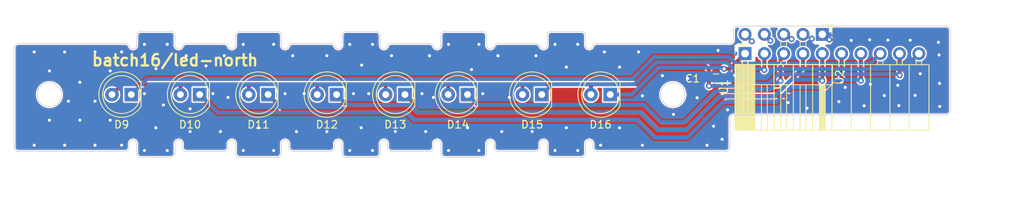
<source format=kicad_pcb>
(kicad_pcb (version 20211014) (generator pcbnew)
  (layers (0 "F.Cu" signal) (31 "B.Cu" signal) (34 "B.Paste" user) (35 "F.Paste" user) (36 "B.SilkS" user "B.Silkscreen") (37 "F.SilkS" user "F.Silkscreen") (38 "B.Mask" user) (39 "F.Mask" user) (44 "Edge.Cuts" user))
  (net 0 "")
  (net 1 "GND")
  (net 2 "VCC")
  (net 3 "OUT9")
  (net 4 "OUT10")
  (net 5 "OUT11")
  (net 6 "OUT12")
  (net 7 "OUT13")
  (net 8 "OUT14")
  (net 9 "OUT15")
  (net 10 "OUT16")
  (footprint "Connector_PinSocket_2.54mm:PinSocket_1x10_P2.54mm_Horizontal" (layer "F.Cu") (at 185.005746 96.222 90)
    (fp_text reference "U1")
    (fp_text value "Conn_01x10_Male")
  )
  (footprint "LEDs:LED_D5.0mm" (layer "F.Cu") (at 158.27 101.622 180)
    (fp_text reference "D15")
    (fp_text value "LED")
  )
  (footprint "LEDs:LED_D5.0mm" (layer "F.Cu") (at 148.5 101.622 180)
    (fp_text reference "D14")
    (fp_text value "LED")
  )
  (footprint "LEDs:LED_D5.0mm" (layer "F.Cu") (at 140.27 101.622 180)
    (fp_text reference "D13")
    (fp_text value "LED")
  )
  (footprint "LEDs:LED_D5.0mm" (layer "F.Cu") (at 131.27 101.622 180)
    (fp_text reference "D12")
    (fp_text value "LED")
  )
  (footprint "LEDs:LED_D5.0mm" (layer "F.Cu") (at 122.27 101.622 180)
    (fp_text reference "D11")
    (fp_text value "LED")
  )
  (footprint "LEDs:LED_D5.0mm" (layer "F.Cu") (at 113.27 101.622 180)
    (fp_text reference "D10")
    (fp_text value "LED")
  )
  (footprint "LEDs:LED_D5.0mm" (layer "F.Cu") (at 104.27 101.622 180)
    (fp_text reference "D9")
    (fp_text value "LED")
  )
  (footprint "LEDs:LED_D5.0mm" (layer "F.Cu") (at 167.27 101.622 180)
    (fp_text reference "D16")
    (fp_text value "LED")
  )
  (footprint "Capacitors_SMD:C_0603_HandSoldering" (layer "F.Cu") (at 181.2 99.52)
    (fp_text reference "C1")
    (fp_text value "C")
  )
  (footprint "Pin_Headers:Pin_Header_Angled_2x05_Pitch2.54mm" (layer "F.Cu") (at 195.165751 93.682007 -90)
    (fp_text reference "U2")
    (fp_text value "Conn_01x10_Male")
  )
  (gr_circle (center 175.5 101.622) (end 173.9 101.622) (layer "Edge.Cuts") (width 0.1) (fill none))
  (gr_arc (start 212 103.80036) (mid 211.853553 104.153913) (end 211.5 104.30036) (layer "Edge.Cuts") (width 0.1))
  (gr_line (start 212 103.80036) (end 212 93.1) (layer "Edge.Cuts") (width 0.1))
  (gr_arc (start 183.5 93.1) (mid 183.646447 92.746447) (end 184 92.6) (layer "Edge.Cuts") (width 0.1))
  (gr_line (start 184 92.6) (end 211.5 92.6) (layer "Edge.Cuts") (width 0.1))
  (gr_arc (start 183 104.80036) (mid 183.146447 104.446807) (end 183.5 104.30036) (layer "Edge.Cuts") (width 0.1))
  (gr_line (start 183.5 104.30036) (end 211.5 104.30036) (layer "Edge.Cuts") (width 0.1))
  (gr_line (start 88.865 95.39964) (end 88.865 108.60036) (layer "Edge.Cuts") (width 0.1))
  (gr_arc (start 89.365 109.10036) (mid 89.011447 108.953913) (end 88.865 108.60036) (layer "Edge.Cuts") (width 0.1))
  (gr_line (start 89.365 109.10036) (end 103.5 109.10036) (layer "Edge.Cuts") (width 0.1))
  (gr_arc (start 104 108.60036) (mid 103.853553 108.953913) (end 103.5 109.10036) (layer "Edge.Cuts") (width 0.1))
  (gr_line (start 104 108.60036) (end 104 108.10036) (layer "Edge.Cuts") (width 0.1))
  (gr_arc (start 104 108.10036) (mid 104.5 107.60036) (end 105 108.10036) (layer "Edge.Cuts") (width 0.1))
  (gr_line (start 105 108.10036) (end 105 109.4) (layer "Edge.Cuts") (width 0.1))
  (gr_arc (start 105.5 109.9) (mid 105.146447 109.753553) (end 105 109.4) (layer "Edge.Cuts") (width 0.1))
  (gr_line (start 105.5 109.9) (end 109.5 109.9) (layer "Edge.Cuts") (width 0.1))
  (gr_arc (start 110 109.4) (mid 109.853553 109.753553) (end 109.5 109.9) (layer "Edge.Cuts") (width 0.1))
  (gr_line (start 110 109.4) (end 110 108.10036) (layer "Edge.Cuts") (width 0.1))
  (gr_arc (start 110 108.10036) (mid 110.5 107.60036) (end 111 108.10036) (layer "Edge.Cuts") (width 0.1))
  (gr_line (start 111 108.10036) (end 111 108.60036) (layer "Edge.Cuts") (width 0.1))
  (gr_arc (start 111.5 109.10036) (mid 111.146447 108.953913) (end 111 108.60036) (layer "Edge.Cuts") (width 0.1))
  (gr_line (start 111.5 109.10036) (end 116.5 109.10036) (layer "Edge.Cuts") (width 0.1))
  (gr_arc (start 117 108.60036) (mid 116.853553 108.953913) (end 116.5 109.10036) (layer "Edge.Cuts") (width 0.1))
  (gr_line (start 117 108.60036) (end 117 108.10036) (layer "Edge.Cuts") (width 0.1))
  (gr_arc (start 117 108.10036) (mid 117.5 107.60036) (end 118 108.10036) (layer "Edge.Cuts") (width 0.1))
  (gr_line (start 118 108.10036) (end 118 109.400364) (layer "Edge.Cuts") (width 0.1))
  (gr_arc (start 118.5 109.900364) (mid 118.146447 109.753917) (end 118 109.400364) (layer "Edge.Cuts") (width 0.1))
  (gr_line (start 118.5 109.900364) (end 123.5 109.900364) (layer "Edge.Cuts") (width 0.1))
  (gr_arc (start 124 109.400364) (mid 123.853553 109.753917) (end 123.5 109.900364) (layer "Edge.Cuts") (width 0.1))
  (gr_line (start 124 109.400364) (end 124 108.10036) (layer "Edge.Cuts") (width 0.1))
  (gr_arc (start 124 108.10036) (mid 124.500001 107.600361) (end 125 108.100362) (layer "Edge.Cuts") (width 0.1))
  (gr_line (start 125 108.10036) (end 125 108.60036) (layer "Edge.Cuts") (width 0.1))
  (gr_arc (start 125.5 109.10036) (mid 125.146447 108.953913) (end 125 108.60036) (layer "Edge.Cuts") (width 0.1))
  (gr_line (start 125.5 109.10036) (end 130.5 109.10036) (layer "Edge.Cuts") (width 0.1))
  (gr_arc (start 131 108.60036) (mid 130.853553 108.953913) (end 130.5 109.10036) (layer "Edge.Cuts") (width 0.1))
  (gr_line (start 131 108.60036) (end 131 108.10036) (layer "Edge.Cuts") (width 0.1))
  (gr_arc (start 131 108.10036) (mid 131.5 107.60036) (end 132 108.10036) (layer "Edge.Cuts") (width 0.1))
  (gr_line (start 132 108.10036) (end 132 109.4) (layer "Edge.Cuts") (width 0.1))
  (gr_arc (start 132.5 109.9) (mid 132.146447 109.753553) (end 132 109.4) (layer "Edge.Cuts") (width 0.1))
  (gr_line (start 132.5 109.9) (end 136.5 109.9) (layer "Edge.Cuts") (width 0.1))
  (gr_arc (start 137 109.4) (mid 136.853553 109.753553) (end 136.5 109.9) (layer "Edge.Cuts") (width 0.1))
  (gr_line (start 137 109.4) (end 137 108.10036) (layer "Edge.Cuts") (width 0.1))
  (gr_arc (start 137 108.10036) (mid 137.5 107.60036) (end 138 108.10036) (layer "Edge.Cuts") (width 0.1))
  (gr_line (start 138 108.10036) (end 138 108.60036) (layer "Edge.Cuts") (width 0.1))
  (gr_arc (start 138.5 109.10036) (mid 138.146447 108.953913) (end 138 108.60036) (layer "Edge.Cuts") (width 0.1))
  (gr_line (start 138.5 109.10036) (end 143.5 109.10036) (layer "Edge.Cuts") (width 0.1))
  (gr_arc (start 144 108.60036) (mid 143.853553 108.953913) (end 143.5 109.10036) (layer "Edge.Cuts") (width 0.1))
  (gr_line (start 144 108.60036) (end 144 108.10036) (layer "Edge.Cuts") (width 0.1))
  (gr_arc (start 144 108.10036) (mid 144.5 107.60036) (end 145 108.10036) (layer "Edge.Cuts") (width 0.1))
  (gr_line (start 145 108.10036) (end 145 109.400359) (layer "Edge.Cuts") (width 0.1))
  (gr_arc (start 145.5 109.900359) (mid 145.146447 109.753912) (end 145 109.400359) (layer "Edge.Cuts") (width 0.1))
  (gr_line (start 145.5 109.900359) (end 150.5 109.900359) (layer "Edge.Cuts") (width 0.1))
  (gr_arc (start 151 109.400359) (mid 150.853553 109.753912) (end 150.5 109.900359) (layer "Edge.Cuts") (width 0.1))
  (gr_line (start 151 109.400359) (end 151 108.10036) (layer "Edge.Cuts") (width 0.1))
  (gr_arc (start 151 108.10036) (mid 151.5 107.60036) (end 152 108.10036) (layer "Edge.Cuts") (width 0.1))
  (gr_line (start 152 108.10036) (end 152 108.60036) (layer "Edge.Cuts") (width 0.1))
  (gr_arc (start 152.5 109.10036) (mid 152.146447 108.953913) (end 152 108.60036) (layer "Edge.Cuts") (width 0.1))
  (gr_line (start 152.5 109.10036) (end 157.5 109.10036) (layer "Edge.Cuts") (width 0.1))
  (gr_arc (start 158 108.60036) (mid 157.853553 108.953913) (end 157.5 109.10036) (layer "Edge.Cuts") (width 0.1))
  (gr_line (start 158 108.60036) (end 158 108.10036) (layer "Edge.Cuts") (width 0.1))
  (gr_arc (start 158 108.10036) (mid 158.5 107.60036) (end 159 108.10036) (layer "Edge.Cuts") (width 0.1))
  (gr_line (start 159 108.10036) (end 159 109.4) (layer "Edge.Cuts") (width 0.1))
  (gr_arc (start 159.5 109.9) (mid 159.146447 109.753553) (end 159 109.4) (layer "Edge.Cuts") (width 0.1))
  (gr_line (start 159.5 109.9) (end 163.5 109.9) (layer "Edge.Cuts") (width 0.1))
  (gr_arc (start 164 109.4) (mid 163.853553 109.753553) (end 163.5 109.9) (layer "Edge.Cuts") (width 0.1))
  (gr_line (start 164 109.4) (end 164 108.10036) (layer "Edge.Cuts") (width 0.1))
  (gr_arc (start 164 108.10036) (mid 164.5 107.60036) (end 165 108.10036) (layer "Edge.Cuts") (width 0.1))
  (gr_line (start 165 108.10036) (end 165 108.60036) (layer "Edge.Cuts") (width 0.1))
  (gr_arc (start 165.5 109.10036) (mid 165.146447 108.953913) (end 165 108.60036) (layer "Edge.Cuts") (width 0.1))
  (gr_line (start 165.5 109.10036) (end 182.5 109.10036) (layer "Edge.Cuts") (width 0.1))
  (gr_arc (start 183 108.60036) (mid 182.853553 108.953913) (end 182.5 109.10036) (layer "Edge.Cuts") (width 0.1))
  (gr_line (start 183 104.80036) (end 183 108.60036) (layer "Edge.Cuts") (width 0.1))
  (gr_line (start 183.5 93.1) (end 183.5 94.39964) (layer "Edge.Cuts") (width 0.1))
  (gr_arc (start 183.5 94.39964) (mid 183.353553 94.753193) (end 183 94.89964) (layer "Edge.Cuts") (width 0.1))
  (gr_line (start 103.545747 94.89964) (end 89.365 94.89964) (layer "Edge.Cuts") (width 0.1))
  (gr_line (start 157.545747 94.89964) (end 152.454254 94.89964) (layer "Edge.Cuts") (width 0.1))
  (gr_line (start 183 94.89964) (end 165.454254 94.89964) (layer "Edge.Cuts") (width 0.1))
  (gr_arc (start 151.977127 95.25014) (mid 151.42438 95.594889) (end 151 95.10064) (layer "Edge.Cuts") (width 0.1))
  (gr_line (start 118 93.8) (end 118 95.10064) (layer "Edge.Cuts") (width 0.1))
  (gr_line (start 143.545747 94.89964) (end 138.454254 94.89964) (layer "Edge.Cuts") (width 0.1))
  (gr_arc (start 105 93.8) (mid 105.146447 93.446447) (end 105.5 93.3) (layer "Edge.Cuts") (width 0.1))
  (gr_arc (start 132 95.10064) (mid 131.57562 95.594889) (end 131.022873 95.25014) (layer "Edge.Cuts") (width 0.1))
  (gr_arc (start 150.5 93.3) (mid 150.853553 93.446447) (end 151 93.8) (layer "Edge.Cuts") (width 0.1))
  (gr_arc (start 132 93.8) (mid 132.146447 93.446447) (end 132.5 93.3) (layer "Edge.Cuts") (width 0.1))
  (gr_circle (center 93.5 101.622) (end 91.9 101.622) (layer "Edge.Cuts") (width 0.1) (fill none))
  (gr_line (start 136.5 93.3) (end 132.5 93.3) (layer "Edge.Cuts") (width 0.1))
  (gr_arc (start 164.977127 95.25014) (mid 164.42438 95.594889) (end 164 95.10064) (layer "Edge.Cuts") (width 0.1))
  (gr_line (start 164 95.10064) (end 164 93.8) (layer "Edge.Cuts") (width 0.1))
  (gr_line (start 130.545747 94.89964) (end 125.454254 94.89964) (layer "Edge.Cuts") (width 0.1))
  (gr_line (start 163.5 93.3) (end 159.5 93.3) (layer "Edge.Cuts") (width 0.1))
  (gr_line (start 151 95.10064) (end 151 93.8) (layer "Edge.Cuts") (width 0.1))
  (gr_arc (start 123.5 93.3) (mid 123.853553 93.446447) (end 124 93.8) (layer "Edge.Cuts") (width 0.1))
  (gr_line (start 124 95.10064) (end 124 93.8) (layer "Edge.Cuts") (width 0.1))
  (gr_arc (start 151.977127 95.25014) (mid 152.158238 94.996682) (end 152.454254 94.89964) (layer "Edge.Cuts") (width 0.1))
  (gr_line (start 132 93.8) (end 132 95.10064) (layer "Edge.Cuts") (width 0.1))
  (gr_arc (start 124.977127 95.25014) (mid 124.42438 95.594889) (end 124 95.10064) (layer "Edge.Cuts") (width 0.1))
  (gr_arc (start 164.977127 95.25014) (mid 165.158238 94.996682) (end 165.454254 94.89964) (layer "Edge.Cuts") (width 0.1))
  (gr_arc (start 88.865 95.39964) (mid 89.011447 95.046087) (end 89.365 94.89964) (layer "Edge.Cuts") (width 0.1))
  (gr_arc (start 109.5 93.3) (mid 109.853553 93.446447) (end 110 93.8) (layer "Edge.Cuts") (width 0.1))
  (gr_line (start 137 95.10064) (end 137 93.8) (layer "Edge.Cuts") (width 0.1))
  (gr_line (start 109.5 93.3) (end 105.5 93.3) (layer "Edge.Cuts") (width 0.1))
  (gr_line (start 159 93.8) (end 159 95.10064) (layer "Edge.Cuts") (width 0.1))
  (gr_arc (start 116.545747 94.89964) (mid 116.841762 94.996682) (end 117.022874 95.25014) (layer "Edge.Cuts") (width 0.1))
  (gr_arc (start 105 95.10064) (mid 104.57562 95.594889) (end 104.022873 95.25014) (layer "Edge.Cuts") (width 0.1))
  (gr_arc (start 124.977127 95.25014) (mid 125.158238 94.996682) (end 125.454254 94.89964) (layer "Edge.Cuts") (width 0.1))
  (gr_arc (start 110.977127 95.25014) (mid 110.42438 95.594889) (end 110 95.10064) (layer "Edge.Cuts") (width 0.1))
  (gr_arc (start 159 93.8) (mid 159.146447 93.446447) (end 159.5 93.3) (layer "Edge.Cuts") (width 0.1))
  (gr_arc (start 103.545747 94.89964) (mid 103.841762 94.996682) (end 104.022874 95.25014) (layer "Edge.Cuts") (width 0.1))
  (gr_arc (start 118 93.8) (mid 118.146447 93.446447) (end 118.5 93.3) (layer "Edge.Cuts") (width 0.1))
  (gr_arc (start 137.977127 95.25014) (mid 137.42438 95.594889) (end 137 95.10064) (layer "Edge.Cuts") (width 0.1))
  (gr_arc (start 211.5 92.6) (mid 211.853553 92.746447) (end 212 93.1) (layer "Edge.Cuts") (width 0.1))
  (gr_line (start 150.5 93.3) (end 145.5 93.3) (layer "Edge.Cuts") (width 0.1))
  (gr_arc (start 110.977127 95.25014) (mid 111.158238 94.996682) (end 111.454254 94.89964) (layer "Edge.Cuts") (width 0.1))
  (gr_arc (start 159 95.10064) (mid 158.57562 95.594889) (end 158.022873 95.25014) (layer "Edge.Cuts") (width 0.1))
  (gr_arc (start 163.5 93.3) (mid 163.853553 93.446447) (end 164 93.8) (layer "Edge.Cuts") (width 0.1))
  (gr_arc (start 137.977127 95.25014) (mid 138.158238 94.996682) (end 138.454254 94.89964) (layer "Edge.Cuts") (width 0.1))
  (gr_arc (start 143.545747 94.89964) (mid 143.841762 94.996682) (end 144.022874 95.25014) (layer "Edge.Cuts") (width 0.1))
  (gr_line (start 105 93.8) (end 105 95.10064) (layer "Edge.Cuts") (width 0.1))
  (gr_arc (start 157.545747 94.89964) (mid 157.841762 94.996682) (end 158.022874 95.25014) (layer "Edge.Cuts") (width 0.1))
  (gr_line (start 116.545747 94.89964) (end 111.454254 94.89964) (layer "Edge.Cuts") (width 0.1))
  (gr_line (start 110 95.10064) (end 110 93.8) (layer "Edge.Cuts") (width 0.1))
  (gr_arc (start 145 95.10064) (mid 144.57562 95.594889) (end 144.022873 95.25014) (layer "Edge.Cuts") (width 0.1))
  (gr_line (start 123.5 93.3) (end 118.5 93.3) (layer "Edge.Cuts") (width 0.1))
  (gr_arc (start 136.5 93.3) (mid 136.853553 93.446447) (end 137 93.8) (layer "Edge.Cuts") (width 0.1))
  (gr_arc (start 118 95.10064) (mid 117.57562 95.594889) (end 117.022873 95.25014) (layer "Edge.Cuts") (width 0.1))
  (gr_arc (start 130.545747 94.89964) (mid 130.841762 94.996682) (end 131.022874 95.25014) (layer "Edge.Cuts") (width 0.1))
  (gr_line (start 145 93.8) (end 145 95.10064) (layer "Edge.Cuts") (width 0.1))
  (gr_arc (start 145 93.8) (mid 145.146447 93.446447) (end 145.5 93.3) (layer "Edge.Cuts") (width 0.1))
  (gr_text "batch16/led-north\n" (at 110.02 97.1) (layer "F.SilkS") (effects (font (size 1.5 1.5) (thickness 0.3))))
  (segment (start 171.5 108.3) (end 170 108.3) (width 0.25) (layer "F.Cu") (net 1))
  (segment (start 170 107.5) (end 168.5 106) (width 0.25) (layer "F.Cu") (net 1))
  (segment (start 167.5 106) (end 166 107.5) (width 0.25) (layer "F.Cu") (net 1))
  (segment (start 163 109) (end 161.5 107.5) (width 0.25) (layer "F.Cu") (net 1))
  (segment (start 161.5 106) (end 161.5 107.5) (width 0.25) (layer "F.Cu") (net 1))
  (segment (start 161.5 107.5) (end 160 109) (width 0.25) (layer "F.Cu") (net 1))
  (segment (start 148.5 106) (end 148.5 107.5) (width 0.25) (layer "F.Cu") (net 1))
  (segment (start 148.5 107.5) (end 150 109) (width 0.25) (layer "F.Cu") (net 1))
  (segment (start 148.5 106) (end 146 108.5) (width 0.25) (layer "F.Cu") (net 1))
  (segment (start 146 108.5) (end 146 109) (width 0.25) (layer "F.Cu") (net 1))
  (segment (start 133 109) (end 134.5 109) (width 0.25) (layer "F.Cu") (net 1))
  (segment (start 134.5 109) (end 136 109) (width 0.25) (layer "F.Cu") (net 1))
  (segment (start 134.5 106) (end 134.5 109) (width 0.25) (layer "F.Cu") (net 1))
  (segment (start 119 109) (end 121 109) (width 0.25) (layer "F.Cu") (net 1))
  (segment (start 121 106) (end 121 109) (width 0.25) (layer "F.Cu") (net 1))
  (segment (start 121 109) (end 123 109) (width 0.25) (layer "F.Cu") (net 1))
  (segment (start 106 109) (end 107.5 109) (width 0.25) (layer "F.Cu") (net 1))
  (segment (start 107.5 106) (end 107.5 109) (width 0.25) (layer "F.Cu") (net 1))
  (segment (start 107.5 109) (end 109 109) (width 0.25) (layer "F.Cu") (net 1))
  (segment (start 103 108.3) (end 103 107.3) (width 0.25) (layer "F.Cu") (net 1))
  (segment (start 95.5 107.5) (end 97.5 105.5) (width 0.25) (layer "F.Cu") (net 1))
  (segment (start 99.5 107.5) (end 97.5 105.5) (width 0.25) (layer "F.Cu") (net 1))
  (segment (start 95.5 107.5) (end 93.5 105.5) (width 0.25) (layer "F.Cu") (net 1))
  (segment (start 91.5 107.5) (end 93.5 105.5) (width 0.25) (layer "F.Cu") (net 1))
  (segment (start 130 106.5) (end 130 107.3) (width 0.25) (layer "F.Cu") (net 1))
  (segment (start 166 107.5) (end 164.5 106) (width 0.25) (layer "F.Cu") (net 1))
  (segment (start 107.5 97) (end 106 95.5) (width 0.25) (layer "F.Cu") (net 1))
  (segment (start 123 95.565685) (end 123.934315 96.5) (width 0.25) (layer "F.Cu") (net 1))
  (segment (start 124.5 101.5) (end 127 101.5) (width 0.25) (layer "F.Cu") (net 1))
  (segment (start 103 97) (end 101.5 98.5) (width 0.25) (layer "F.Cu") (net 1))
  (segment (start 152.5 96.5) (end 157.5 96.5) (width 0.25) (layer "F.Cu") (net 1))
  (segment (start 166.100001 96.399999) (end 166.5 96) (width 0.25) (layer "F.Cu") (net 1))
  (segment (start 160 95) (end 160 96.5) (width 0.25) (layer "F.Cu") (net 1))
  (segment (start 139 106.5) (end 138.600001 106.100001) (width 0.25) (layer "F.Cu") (net 1))
  (segment (start 106 101.5) (end 107 101.5) (width 0.25) (layer "F.Cu") (net 1))
  (segment (start 150 96.5) (end 150 97.34) (width 0.25) (layer "F.Cu") (net 1))
  (segment (start 134.600001 106.100001) (end 134.5 106) (width 0.25) (layer "F.Cu") (net 1))
  (segment (start 115.5 102) (end 115 101.5) (width 0.25) (layer "F.Cu") (net 1))
  (segment (start 123.934315 96.5) (end 125.5 96.5) (width 0.25) (layer "F.Cu") (net 1))
  (segment (start 97.5 100) (end 100 97.5) (width 0.25) (layer "F.Cu") (net 1))
  (segment (start 129.762998 102.5) (end 129.665002 102.5) (width 0.25) (layer "F.Cu") (net 1))
  (segment (start 101.5 104.5) (end 101.5 105) (width 0.25) (layer "F.Cu") (net 1))
  (segment (start 98 104) (end 97.5 104) (width 0.25) (layer "F.Cu") (net 1))
  (segment (start 130 106.5) (end 130.5 106) (width 0.25) (layer "F.Cu") (net 1))
  (segment (start 166 108.3) (end 166 107.5) (width 0.25) (layer "F.Cu") (net 1))
  (segment (start 133.5 102.065685) (end 132.718684 102.847001) (width 0.25) (layer "F.Cu") (net 1))
  (segment (start 160 95) (end 163 95) (width 0.25) (layer "F.Cu") (net 1))
  (segment (start 183.214171 99.52) (end 183.64616 99.088011) (width 0.508) (layer "F.Cu") (net 1))
  (segment (start 108.5 103) (end 108.5 105) (width 0.25) (layer "F.Cu") (net 1))
  (segment (start 99.5 102.5) (end 101.5 104.5) (width 0.25) (layer "F.Cu") (net 1))
  (segment (start 111.5 96.5) (end 116.5 96.5) (width 0.25) (layer "F.Cu") (net 1))
  (segment (start 99.5 96.5) (end 99.5 96) (width 0.25) (layer "F.Cu") (net 1))
  (segment (start 146 95.565685) (end 146 95) (width 0.25) (layer "F.Cu") (net 1))
  (segment (start 145.065685 96.5) (end 146 95.565685) (width 0.25) (layer "F.Cu") (net 1))
  (segment (start 153 106.5) (end 152.5 106) (width 0.25) (layer "F.Cu") (net 1))
  (segment (start 101.5 98.5) (end 100 97) (width 0.25) (layer "F.Cu") (net 1))
  (segment (start 116.5 96.5) (end 118.065685 96.5) (width 0.25) (layer "F.Cu") (net 1))
  (segment (start 109 95) (end 107.5 96.5) (width 0.25) (layer "F.Cu") (net 1))
  (segment (start 126 107.3) (end 130 107.3) (width 0.25) (layer "F.Cu") (net 1))
  (segment (start 180 108.3) (end 171.5 108.3) (width 0.25) (layer "F.Cu") (net 1))
  (segment (start 119 95) (end 123 95) (width 0.25) (layer "F.Cu") (net 1))
  (segment (start 150 95) (end 146 95) (width 0.25) (layer "F.Cu") (net 1))
  (segment (start 150 95) (end 150 96.5) (width 0.25) (layer "F.Cu") (net 1))
  (segment (start 107.5 106) (end 102.5 106) (width 0.25) (layer "F.Cu") (net 1))
  (segment (start 150.5 102.065685) (end 149.718684 102.847001) (width 0.25) (layer "F.Cu") (net 1))
  (segment (start 170.5 96) (end 171 96) (width 0.25) (layer "F.Cu") (net 1))
  (segment (start 157 106.5) (end 157.5 106) (width 0.25) (layer "F.Cu") (net 1))
  (segment (start 138.5 96.5) (end 143.5 96.5) (width 0.25) (layer "F.Cu") (net 1))
  (segment (start 136 95) (end 136 95.565685) (width 0.25) (layer "F.Cu") (net 1))
  (segment (start 95.5 107.5) (end 95.5 108.3) (width 0.25) (layer "F.Cu") (net 1))
  (segment (start 133 95.565685) (end 133 95) (width 0.25) (layer "F.Cu") (net 1))
  (segment (start 153.5 101.5) (end 154 102) (width 0.25) (layer "F.Cu") (net 1))
  (segment (start 139 107.3) (end 139 106.5) (width 0.25) (layer "F.Cu") (net 1))
  (segment (start 153 107.3) (end 153 106.5) (width 0.25) (layer "F.Cu") (net 1))
  (segment (start 168.5 98) (end 166.5 96) (width 0.25) (layer "F.Cu") (net 1))
  (segment (start 129.318001 102.847001) (end 128.141999 102.847001) (width 0.25) (layer "F.Cu") (net 1))
  (segment (start 132.718684 102.847001) (end 130.109999 102.847001) (width 0.25) (layer "F.Cu") (net 1))
  (segment (start 112 103.5) (end 113.777002 103.5) (width 0.25) (layer "F.Cu") (net 1))
  (segment (start 143.5 106) (end 148.5 106) (width 0.25) (layer "F.Cu") (net 1))
  (segment (start 157.5 96.5) (end 160 96.5) (width 0.25) (layer "F.Cu") (net 1))
  (segment (start 143 107.3) (end 139 107.3) (width 0.25) (layer "F.Cu") (net 1))
  (segment (start 93.5 105.5) (end 93.5 105) (width 0.25) (layer "F.Cu") (net 1))
  (segment (start 107.52 97.48) (end 107.52 97.02) (width 0.25) (layer "F.Cu") (net 1))
  (segment (start 128.141999 102.847001) (end 127 101.705002) (width 0.25) (layer "F.Cu") (net 1))
  (segment (start 113.777002 103.5) (end 115 102.277002) (width 0.25) (layer "F.Cu") (net 1))
  (segment (start 127 101.705002) (end 127 101.5) (width 0.25) (layer "F.Cu") (net 1))
  (segment (start 163 95.565685) (end 163.834314 96.399999) (width 0.25) (layer "F.Cu") (net 1))
  (segment (start 160 96.5) (end 161.5 98) (width 0.25) (layer "F.Cu") (net 1))
  (segment (start 149.718684 102.847001) (end 144.847001 102.847001) (width 0.25) (layer "F.Cu") (net 1))
  (segment (start 116 106.5) (end 116.399999 106.100001) (width 0.25) (layer "F.Cu") (net 1))
  (segment (start 116 106.5) (end 116 107.3) (width 0.25) (layer "F.Cu") (net 1))
  (segment (start 133.5 101.5) (end 133.5 102.065685) (width 0.25) (layer "F.Cu") (net 1))
  (segment (start 125.5 96.5) (end 130 96.5) (width 0.25) (layer "F.Cu") (net 1))
  (segment (start 143.5 96.5) (end 145.065685 96.5) (width 0.25) (layer "F.Cu") (net 1))
  (segment (start 150.5 101.5) (end 153.5 101.5) (width 0.25) (layer "F.Cu") (net 1))
  (segment (start 95.5 96) (end 93.5 98) (width 0.25) (layer "F.Cu") (net 1))
  (segment (start 99.5 102.5) (end 98 104) (width 0.25) (layer "F.Cu") (net 1))
  (segment (start 129.665002 102.5) (end 129.318001 102.847001) (width 0.25) (layer "F.Cu") (net 1))
  (segment (start 106 95.5) (end 106 95) (width 0.25) (layer "F.Cu") (net 1))
  (segment (start 133 95) (end 136 95) (width 0.25) (layer "F.Cu") (net 1))
  (segment (start 117 102) (end 115.5 102) (width 0.25) (layer "F.Cu") (net 1))
  (segment (start 100 97.5) (end 100 97) (width 0.25) (layer "F.Cu") (net 1))
  (segment (start 157.5 106) (end 161.5 106) (width 0.25) (layer "F.Cu") (net 1))
  (segment (start 130 96.5) (end 132.065685 96.5) (width 0.25) (layer "F.Cu") (net 1))
  (segment (start 152.5 96.5) (end 150 96.5) (width 0.25) (layer "F.Cu") (net 1))
  (segment (start 152.5 106) (end 148.5 106) (width 0.25) (layer "F.Cu") (net 1))
  (segment (start 107.52 98.2) (end 107.52 97.48) (width 0.25) (layer "F.Cu") (net 1))
  (segment (start 91.5 107.5) (end 91.5 108.3) (width 0.25) (layer "F.Cu") (net 1))
  (segment (start 123 95) (end 123 95.565685) (width 0.25) (layer "F.Cu") (net 1))
  (segment (start 115 102.277002) (end 115 101.5) (width 0.25) (layer "F.Cu") (net 1))
  (segment (start 108.5 103) (end 111.5 103) (width 0.25) (layer "F.Cu") (net 1))
  (segment (start 170 108.3) (end 170 107.5) (width 0.25) (layer "F.Cu") (net 1))
  (segment (start 144 102) (end 143 102) (width 0.25) (layer "F.Cu") (net 1))
  (segment (start 109 95.565685) (end 109.934315 96.5) (width 0.25) (layer "F.Cu") (net 1))
  (segment (start 138.600001 106.100001) (end 134.600001 106.100001) (width 0.25) (layer "F.Cu") (net 1))
  (segment (start 91.5 96) (end 93.5 98) (width 0.25) (layer "F.Cu") (net 1))
  (segment (start 130.109999 102.847001) (end 129.762998 102.5) (width 0.25) (layer "F.Cu") (net 1))
  (segment (start 182.15 99.52) (end 183.214171 99.52) (width 0.508) (layer "F.Cu") (net 1))
  (segment (start 133.5 101.5) (end 135.5 101.5) (width 0.25) (layer "F.Cu") (net 1))
  (segment (start 107.5 96.5) (end 107.5 97) (width 0.25) (layer "F.Cu") (net 1))
  (segment (start 126 106.5) (end 126 107.3) (width 0.25) (layer "F.Cu") (net 1))
  (segment (start 112 106.5) (end 112 107.3) (width 0.25) (layer "F.Cu") (net 1))
  (segment (start 168.5 106) (end 167.5 106) (width 0.25) (layer "F.Cu") (net 1))
  (segment (start 121 106) (end 125.5 106) (width 0.25) (layer "F.Cu") (net 1))
  (segment (start 119 95.565685) (end 119 95) (width 0.25) (layer "F.Cu") (net 1))
  (segment (start 96 101.5) (end 97.5 100) (width 0.25) (layer "F.Cu") (net 1))
  (segment (start 136.934315 96.5) (end 138.5 96.5) (width 0.25) (layer "F.Cu") (net 1))
  (segment (start 103 106.5) (end 103 107.3) (width 0.25) (layer "F.Cu") (net 1))
  (segment (start 153 107.3) (end 157 107.3) (width 0.25) (layer "F.Cu") (net 1))
  (segment (start 144.847001 102.847001) (end 144 102) (width 0.25) (layer "F.Cu") (net 1))
  (segment (start 130.5 106) (end 134.5 106) (width 0.25) (layer "F.Cu") (net 1))
  (segment (start 143 106.5) (end 143.5 106) (width 0.25) (layer "F.Cu") (net 1))
  (segment (start 143 102) (end 142.5 101.5) (width 0.25) (layer "F.Cu") (net 1))
  (segment (start 163.834314 96.399999) (end 166.100001 96.399999) (width 0.25) (layer "F.Cu") (net 1))
  (segment (start 97.5 105.5) (end 97.5 105) (width 0.25) (layer "F.Cu") (net 1))
  (segment (start 102.5 106) (end 101.5 105) (width 0.25) (layer "F.Cu") (net 1))
  (segment (start 99.5 107.5) (end 99.5 108.3) (width 0.25) (layer "F.Cu") (net 1))
  (segment (start 103 96) (end 104.48 97.48) (width 0.25) (layer "F.Cu") (net 1))
  (segment (start 103 106.5) (end 101.5 105) (width 0.25) (layer "F.Cu") (net 1))
  (segment (start 109 95) (end 109 95.565685) (width 0.25) (layer "F.Cu") (net 1))
  (segment (start 150 97.34) (end 149.02 98.32) (width 0.25) (layer "F.Cu") (net 1))
  (segment (start 157 106.5) (end 157 107.3) (width 0.25) (layer "F.Cu") (net 1))
  (segment (start 108.5 105) (end 107.5 106) (width 0.25) (layer "F.Cu") (net 1))
  (segment (start 100 97) (end 99.5 96.5) (width 0.25) (layer "F.Cu") (net 1))
  (segment (start 116.399999 106.100001) (end 120.899999 106.100001) (width 0.25) (layer "F.Cu") (net 1))
  (segment (start 136 95.565685) (end 136.934315 96.5) (width 0.25) (layer "F.Cu") (net 1))
  (segment (start 109.934315 96.5) (end 111.5 96.5) (width 0.25) (layer "F.Cu") (net 1))
  (segment (start 97.5 104) (end 96 102.5) (width 0.25) (layer "F.Cu") (net 1))
  (segment (start 93.5 98) (end 93.5 98.5) (width 0.25) (layer "F.Cu") (net 1))
  (segment (start 112 106.5) (end 112 103.5) (width 0.25) (layer "F.Cu") (net 1))
  (segment (start 95.5 96) (end 99.5 96) (width 0.25) (layer "F.Cu") (net 1))
  (segment (start 150.5 101.5) (end 150.5 102.065685) (width 0.25) (layer "F.Cu") (net 1))
  (segment (start 116 107.3) (end 112 107.3) (width 0.25) (layer "F.Cu") (net 1))
  (segment (start 118.065685 96.5) (end 119 95.565685) (width 0.25) (layer "F.Cu") (net 1))
  (segment (start 97.5 105) (end 97.5 104) (width 0.25) (layer "F.Cu") (net 1))
  (segment (start 168.5 98) (end 170.5 96) (width 0.25) (layer "F.Cu") (net 1))
  (segment (start 120.899999 106.100001) (end 121 106) (width 0.25) (layer "F.Cu") (net 1))
  (segment (start 107.52 97.02) (end 107.5 97) (width 0.25) (layer "F.Cu") (net 1))
  (segment (start 163 95) (end 163 95.565685) (width 0.25) (layer "F.Cu") (net 1))
  (segment (start 103 96) (end 103 97) (width 0.25) (layer "F.Cu") (net 1))
  (segment (start 107 101.5) (end 108.5 103) (width 0.25) (layer "F.Cu") (net 1))
  (segment (start 104.48 97.48) (end 107.52 97.48) (width 0.25) (layer "F.Cu") (net 1))
  (segment (start 164.5 106) (end 161.5 106) (width 0.25) (layer "F.Cu") (net 1))
  (segment (start 111.5 103) (end 112 103.5) (width 0.25) (layer "F.Cu") (net 1))
  (segment (start 132.065685 96.5) (end 133 95.565685) (width 0.25) (layer "F.Cu") (net 1))
  (segment (start 125.5 106) (end 126 106.5) (width 0.25) (layer "F.Cu") (net 1))
  (segment (start 96 102.5) (end 96 101.5) (width 0.25) (layer "F.Cu") (net 1))
  (segment (start 143 106.5) (end 143 107.3) (width 0.25) (layer "F.Cu") (net 1))
  (via (at 99.5 108.3) (size 0.8) (drill 0.4) (layers "F.Cu" "B.Cu") (net 1))
  (via (at 95.5 108.3) (size 0.8) (drill 0.4) (layers "F.Cu" "B.Cu") (net 1))
  (via (at 91.5 108.3) (size 0.8) (drill 0.4) (layers "F.Cu" "B.Cu") (net 1))
  (via (at 103 108.3) (size 0.8) (drill 0.4) (layers "F.Cu" "B.Cu") (net 1))
  (via (at 106 109) (size 0.8) (drill 0.4) (layers "F.Cu" "B.Cu") (net 1))
  (via (at 109 109) (size 0.8) (drill 0.4) (layers "F.Cu" "B.Cu") (net 1))
  (via (at 112 106.5) (size 0.8) (drill 0.4) (layers "F.Cu" "B.Cu") (net 1))
  (via (at 116 106.5) (size 0.8) (drill 0.4) (layers "F.Cu" "B.Cu") (net 1))
  (via (at 119 109) (size 0.8) (drill 0.4) (layers "F.Cu" "B.Cu") (net 1))
  (via (at 123 109) (size 0.8) (drill 0.4) (layers "F.Cu" "B.Cu") (net 1))
  (via (at 126 106.5) (size 0.8) (drill 0.4) (layers "F.Cu" "B.Cu") (net 1))
  (via (at 130 106.5) (size 0.8) (drill 0.4) (layers "F.Cu" "B.Cu") (net 1))
  (via (at 133 109) (size 0.8) (drill 0.4) (layers "F.Cu" "B.Cu") (net 1))
  (via (at 136 109) (size 0.8) (drill 0.4) (layers "F.Cu" "B.Cu") (net 1))
  (via (at 139 106.5) (size 0.8) (drill 0.4) (layers "F.Cu" "B.Cu") (net 1))
  (via (at 143 106.5) (size 0.8) (drill 0.4) (layers "F.Cu" "B.Cu") (net 1))
  (via (at 146 109) (size 0.8) (drill 0.4) (layers "F.Cu" "B.Cu") (net 1))
  (via (at 150 109) (size 0.8) (drill 0.4) (layers "F.Cu" "B.Cu") (net 1))
  (via (at 153 106.5) (size 0.8) (drill 0.4) (layers "F.Cu" "B.Cu") (net 1))
  (via (at 163 109) (size 0.8) (drill 0.4) (layers "F.Cu" "B.Cu") (net 1))
  (via (at 160 109) (size 0.8) (drill 0.4) (layers "F.Cu" "B.Cu") (net 1))
  (via (at 166 108.3) (size 0.8) (drill 0.4) (layers "F.Cu" "B.Cu") (net 1))
  (via (at 171.5 108.3) (size 0.8) (drill 0.4) (layers "F.Cu" "B.Cu") (net 1))
  (via (at 180 108.3) (size 0.8) (drill 0.4) (layers "F.Cu" "B.Cu") (net 1))
  (via (at 157 106.5) (size 0.8) (drill 0.4) (layers "F.Cu" "B.Cu") (net 1))
  (via (at 171.5 101.78) (size 0.8) (drill 0.4) (layers "F.Cu" "B.Cu") (net 1))
  (via (at 174.13 99.13) (size 0.8) (drill 0.4) (layers "F.Cu" "B.Cu") (net 1))
  (via (at 175.59 104.24) (size 0.8) (drill 0.4) (layers "F.Cu" "B.Cu") (net 1))
  (via (at 177.46 99.5) (size 0.8) (drill 0.4) (layers "F.Cu" "B.Cu") (net 1))
  (via (at 180.86 105.79) (size 0.8) (drill 0.4) (layers "F.Cu" "B.Cu") (net 1))
  (via (at 181.99 107.52) (size 0.8) (drill 0.4) (layers "F.Cu" "B.Cu") (net 1))
  (via (at 182.7 103.64) (size 0.8) (drill 0.4) (layers "F.Cu" "B.Cu") (net 1))
  (via (at 190.68 102.69) (size 0.8) (drill 0.4) (layers "F.Cu" "B.Cu") (net 1))
  (via (at 193.16 103.43) (size 0.8) (drill 0.4) (layers "F.Cu" "B.Cu") (net 1))
  (via (at 197.35 102.55) (size 0.8) (drill 0.4) (layers "F.Cu" "B.Cu") (net 1))
  (via (at 198.18 100.68) (size 0.8) (drill 0.4) (layers "F.Cu" "B.Cu") (net 1))
  (via (at 200.67 103.11) (size 0.8) (drill 0.4) (layers "F.Cu" "B.Cu") (net 1))
  (via (at 201.48 100.26) (size 0.8) (drill 0.4) (layers "F.Cu" "B.Cu") (net 1))
  (via (at 203.32 101.75) (size 0.8) (drill 0.4) (layers "F.Cu" "B.Cu") (net 1))
  (via (at 205.09 100.4) (size 0.8) (drill 0.4) (layers "F.Cu" "B.Cu") (net 1))
  (via (at 205.23 103.08) (size 0.8) (drill 0.4) (layers "F.Cu" "B.Cu") (net 1))
  (via (at 207.38 101.73) (size 0.8) (drill 0.4) (layers "F.Cu" "B.Cu") (net 1))
  (via (at 210.61 103.19) (size 0.8) (drill 0.4) (layers "F.Cu" "B.Cu") (net 1))
  (via (at 210.58 100.15) (size 0.8) (drill 0.4) (layers "F.Cu" "B.Cu") (net 1))
  (via (at 208.05 98.88) (size 0.8) (drill 0.4) (layers "F.Cu" "B.Cu") (net 1))
  (via (at 210.53 96.4) (size 0.8) (drill 0.4) (layers "F.Cu" "B.Cu") (net 1))
  (via (at 210.44 94.73) (size 0.8) (drill 0.4) (layers "F.Cu" "B.Cu") (net 1))
  (via (at 206.72 94.45) (size 0.8) (drill 0.4) (layers "F.Cu" "B.Cu") (net 1))
  (via (at 203.79 94.45) (size 0.8) (drill 0.4) (layers "F.Cu" "B.Cu") (net 1))
  (via (at 201.39 94.4) (size 0.8) (drill 0.4) (layers "F.Cu" "B.Cu") (net 1))
  (via (at 198.97 94.48) (size 0.8) (drill 0.4) (layers "F.Cu" "B.Cu") (net 1))
  (via (at 196.09 94.37) (size 0.8) (drill 0.4) (layers "F.Cu" "B.Cu") (net 1))
  (via (at 193.78 94.25) (size 0.8) (drill 0.4) (layers "F.Cu" "B.Cu") (net 1))
  (via (at 181.45 95.8) (size 0.8) (drill 0.4) (layers "F.Cu" "B.Cu") (net 1))
  (via (at 178.69 102.05) (size 0.8) (drill 0.4) (layers "F.Cu" "B.Cu") (net 1))
  (via (at 152.5 96.5) (size 0.8) (drill 0.4) (layers "F.Cu" "B.Cu") (net 1))
  (via (at 134.57 97.74) (size 0.8) (drill 0.4) (layers "F.Cu" "B.Cu") (net 1))
  (via (at 166.5 96) (size 0.8) (drill 0.4) (layers "F.Cu" "B.Cu") (net 1))
  (via (at 93.5 98.5) (size 0.8) (drill 0.4) (layers "F.Cu" "B.Cu") (net 1))
  (via (at 154 102) (size 0.8) (drill 0.4) (layers "F.Cu" "B.Cu") (net 1))
  (via (at 157.5 96.5) (size 0.8) (drill 0.4) (layers "F.Cu" "B.Cu") (net 1))
  (via (at 117 102) (size 0.8) (drill 0.4) (layers "F.Cu" "B.Cu") (net 1))
  (via (at 115 101.5) (size 0.8) (drill 0.4) (layers "F.Cu" "B.Cu") (net 1))
  (via (at 150.5 101.5) (size 0.8) (drill 0.4) (layers "F.Cu" "B.Cu") (net 1))
  (via (at 168.5 106) (size 0.8) (drill 0.4) (layers "F.Cu" "B.Cu") (net 1))
  (via (at 127 101.5) (size 0.8) (drill 0.4) (layers "F.Cu" "B.Cu") (net 1))
  (via (at 168.5 98) (size 0.8) (drill 0.4) (layers "F.Cu" "B.Cu") (net 1))
  (via (at 144 102) (size 0.8) (drill 0.4) (layers "F.Cu" "B.Cu") (net 1))
  (via (at 95.5 96) (size 0.8) (drill 0.4) (layers "F.Cu" "B.Cu") (net 1))
  (via (at 146 95) (size 0.8) (drill 0.4) (layers "F.Cu" "B.Cu") (net 1))
  (via (at 160 95) (size 0.8) (drill 0.4) (layers "F.Cu" "B.Cu") (net 1))
  (via (at 142.5 101.5) (size 0.8) (drill 0.4) (layers "F.Cu" "B.Cu") (net 1))
  (via (at 124.5 101.5) (size 0.8) (drill 0.4) (layers "F.Cu" "B.Cu") (net 1))
  (via (at 150 95) (size 0.8) (drill 0.4) (layers "F.Cu" "B.Cu") (net 1))
  (via (at 138.5 96.5) (size 0.8) (drill 0.4) (layers "F.Cu" "B.Cu") (net 1))
  (via (at 97.5 105) (size 0.8) (drill 0.4) (layers "F.Cu" "B.Cu") (net 1))
  (via (at 143.5 96.5) (size 0.8) (drill 0.4) (layers "F.Cu" "B.Cu") (net 1))
  (via (at 112 103.5) (size 0.8) (drill 0.4) (layers "F.Cu" "B.Cu") (net 1))
  (via (at 136 95) (size 0.8) (drill 0.4) (layers "F.Cu" "B.Cu") (net 1))
  (via (at 171 96) (size 0.8) (drill 0.4) (layers "F.Cu" "B.Cu") (net 1))
  (via (at 125.5 96.5) (size 0.8) (drill 0.4) (layers "F.Cu" "B.Cu") (net 1))
  (via (at 107.5 106) (size 0.8) (drill 0.4) (layers "F.Cu" "B.Cu") (net 1))
  (via (at 93.5 105) (size 0.8) (drill 0.4) (layers "F.Cu" "B.Cu") (net 1))
  (via (at 149.02 98.32) (size 0.8) (drill 0.4) (layers "F.Cu" "B.Cu") (net 1))
  (via (at 123 95) (size 0.8) (drill 0.4) (layers "F.Cu" "B.Cu") (net 1))
  (via (at 106 101.5) (size 0.8) (drill 0.4) (layers "F.Cu" "B.Cu") (net 1))
  (via (at 101.5 98.5) (size 0.8) (drill 0.4) (layers "F.Cu" "B.Cu") (net 1))
  (via (at 116.5 96.5) (size 0.8) (drill 0.4) (layers "F.Cu" "B.Cu") (net 1))
  (via (at 148.5 106) (size 0.8) (drill 0.4) (layers "F.Cu" "B.Cu") (net 1))
  (via (at 183.64616 99.088011) (size 0.8) (drill 0.4) (layers "F.Cu" "B.Cu") (net 1))
  (via (at 163 95) (size 0.8) (drill 0.4) (layers "F.Cu" "B.Cu") (net 1))
  (via (at 130 96.5) (size 0.8) (drill 0.4) (layers "F.Cu" "B.Cu") (net 1))
  (via (at 135.5 101.5) (size 0.8) (drill 0.4) (layers "F.Cu" "B.Cu") (net 1))
  (via (at 96 102.5) (size 0.8) (drill 0.4) (layers "F.Cu" "B.Cu") (net 1))
  (via (at 107.52 98.2) (size 0.8) (drill 0.4) (layers "F.Cu" "B.Cu") (net 1))
  (via (at 109 95) (size 0.8) (drill 0.4) (layers "F.Cu" "B.Cu") (net 1))
  (via (at 119 95) (size 0.8) (drill 0.4) (layers "F.Cu" "B.Cu") (net 1))
  (via (at 161.5 106) (size 0.8) (drill 0.4) (layers "F.Cu" "B.Cu") (net 1))
  (via (at 111.5 96.5) (size 0.8) (drill 0.4) (layers "F.Cu" "B.Cu") (net 1))
  (via (at 161.5 98) (size 0.8) (drill 0.4) (layers "F.Cu" "B.Cu") (net 1))
  (via (at 121 106) (size 0.8) (drill 0.4) (layers "F.Cu" "B.Cu") (net 1))
  (via (at 106 95) (size 0.8) (drill 0.4) (layers "F.Cu" "B.Cu") (net 1))
  (via (at 101.5 105) (size 0.8) (drill 0.4) (layers "F.Cu" "B.Cu") (net 1))
  (via (at 91.5 96) (size 0.8) (drill 0.4) (layers "F.Cu" "B.Cu") (net 1))
  (via (at 99.5 96) (size 0.8) (drill 0.4) (layers "F.Cu" "B.Cu") (net 1))
  (via (at 99.5 102.5) (size 0.8) (drill 0.4) (layers "F.Cu" "B.Cu") (net 1))
  (via (at 97.5 100) (size 0.8) (drill 0.4) (layers "F.Cu" "B.Cu") (net 1))
  (via (at 134.5 106) (size 0.8) (drill 0.4) (layers "F.Cu" "B.Cu") (net 1))
  (via (at 133.5 101.5) (size 0.8) (drill 0.4) (layers "F.Cu" "B.Cu") (net 1))
  (via (at 108.5 103) (size 0.8) (drill 0.4) (layers "F.Cu" "B.Cu") (net 1))
  (via (at 114.1 97.84) (size 0.8) (drill 0.4) (layers "F.Cu" "B.Cu") (net 1))
  (via (at 103 96) (size 0.8) (drill 0.4) (layers "F.Cu" "B.Cu") (net 1))
  (via (at 133 95) (size 0.8) (drill 0.4) (layers "F.Cu" "B.Cu") (net 1))
  (segment (start 205.853735 98.234011) (end 207.865746 96.222) (width 0.508) (layer "B.Cu") (net 1))
  (segment (start 187.78199 99.48801) (end 189.035989 98.234011) (width 0.508) (layer "B.Cu") (net 1))
  (segment (start 142.5 101.5) (end 141.396999 100.396999) (width 0.25) (layer "B.Cu") (net 1))
  (segment (start 123.718684 102.847001) (end 117.847001 102.847001) (width 0.25) (layer "B.Cu") (net 1))
  (segment (start 183.64616 99.088011) (end 184.046159 99.48801) (width 0.508) (layer "B.Cu") (net 1))
  (segment (start 184.046159 99.48801) (end 187.78199 99.48801) (width 0.508) (layer "B.Cu") (net 1))
  (segment (start 141.396999 100.396999) (end 136.603001 100.396999) (width 0.25) (layer "B.Cu") (net 1))
  (segment (start 117.847001 102.847001) (end 117 102) (width 0.25) (layer "B.Cu") (net 1))
  (segment (start 136.603001 100.396999) (end 135.5 101.5) (width 0.25) (layer "B.Cu") (net 1))
  (segment (start 189.035989 98.234011) (end 205.853735 98.234011) (width 0.508) (layer "B.Cu") (net 1))
  (segment (start 124.5 102.065685) (end 123.718684 102.847001) (width 0.25) (layer "B.Cu") (net 1))
  (segment (start 124.5 101.5) (end 124.5 102.065685) (width 0.25) (layer "B.Cu") (net 1))
  (segment (start 128.564001 100.267999) (end 119.724001 100.267999) (width 0.508) (layer "F.Cu") (net 2))
  (segment (start 180.25 99.52) (end 180.25 100.47) (width 0.508) (layer "F.Cu") (net 2))
  (segment (start 119.724001 100.267999) (end 110.914001 100.267999) (width 0.508) (layer "F.Cu") (net 2))
  (segment (start 173.42 97.832) (end 179.782 97.832) (width 0.508) (layer "F.Cu") (net 2))
  (segment (start 128.73 101.622) (end 128.73 100.433998) (width 0.508) (layer "F.Cu") (net 2))
  (segment (start 164.73 100.492) (end 164.954001 100.267999) (width 0.508) (layer "F.Cu") (net 2))
  (segment (start 164.954001 100.267999) (end 170.984001 100.267999) (width 0.508) (layer "F.Cu") (net 2))
  (segment (start 137.73 100.27) (end 137.732001 100.267999) (width 0.508) (layer "F.Cu") (net 2))
  (segment (start 205.34 99.088011) (end 205.34 96.236254) (width 0.508) (layer "F.Cu") (net 2))
  (segment (start 137.73 101.622) (end 137.73 100.27) (width 0.508) (layer "F.Cu") (net 2))
  (segment (start 145.96 100.422) (end 145.805999 100.267999) (width 0.508) (layer "F.Cu") (net 2))
  (segment (start 155.73 101.622) (end 155.73 100.373998) (width 0.508) (layer "F.Cu") (net 2))
  (segment (start 128.73 100.433998) (end 128.564001 100.267999) (width 0.508) (layer "F.Cu") (net 2))
  (segment (start 145.805999 100.267999) (end 137.732001 100.267999) (width 0.508) (layer "F.Cu") (net 2))
  (segment (start 137.732001 100.267999) (end 128.564001 100.267999) (width 0.508) (layer "F.Cu") (net 2))
  (segment (start 179.782 97.832) (end 180.25 98.3) (width 0.508) (layer "F.Cu") (net 2))
  (segment (start 110.914001 100.267999) (end 103.084001 100.267999) (width 0.508) (layer "F.Cu") (net 2))
  (segment (start 145.96 101.622) (end 145.96 100.422) (width 0.508) (layer "F.Cu") (net 2))
  (segment (start 110.73 100.452) (end 110.914001 100.267999) (width 0.508) (layer "F.Cu") (net 2))
  (segment (start 205.34 96.236254) (end 205.325746 96.222) (width 0.508) (layer "F.Cu") (net 2))
  (segment (start 103.084001 100.267999) (end 101.73 101.622) (width 0.508) (layer "F.Cu") (net 2))
  (segment (start 119.73 101.622) (end 119.73 100.273998) (width 0.508) (layer "F.Cu") (net 2))
  (segment (start 164.73 101.622) (end 164.73 100.492) (width 0.508) (layer "F.Cu") (net 2))
  (segment (start 164.954001 100.267999) (end 155.624001 100.267999) (width 0.508) (layer "F.Cu") (net 2))
  (segment (start 119.73 100.273998) (end 119.724001 100.267999) (width 0.508) (layer "F.Cu") (net 2))
  (segment (start 110.73 101.622) (end 110.73 100.452) (width 0.508) (layer "F.Cu") (net 2))
  (segment (start 155.73 100.373998) (end 155.624001 100.267999) (width 0.508) (layer "F.Cu") (net 2))
  (segment (start 180.25 98.3) (end 180.25 99.52) (width 0.508) (layer "F.Cu") (net 2))
  (segment (start 170.984001 100.267999) (end 173.42 97.832) (width 0.508) (layer "F.Cu") (net 2))
  (segment (start 155.624001 100.267999) (end 145.805999 100.267999) (width 0.508) (layer "F.Cu") (net 2))
  (segment (start 180.25 100.47) (end 180.26 100.48) (width 0.508) (layer "F.Cu") (net 2))
  (via (at 205.34 99.088011) (size 0.8) (drill 0.4) (layers "F.Cu" "B.Cu") (net 2))
  (via (at 180.26 100.48) (size 0.8) (drill 0.4) (layers "F.Cu" "B.Cu") (net 2))
  (segment (start 183.95602 100.48) (end 184.24 100.19602) (width 0.508) (layer "B.Cu") (net 2))
  (segment (start 204.03 98.942021) (end 205.19401 98.942021) (width 0.508) (layer "B.Cu") (net 2))
  (segment (start 184.24 100.19602) (end 188.075256 100.19602) (width 0.508) (layer "B.Cu") (net 2))
  (segment (start 205.19401 98.942021) (end 205.34 99.088011) (width 0.508) (layer "B.Cu") (net 2))
  (segment (start 180.26 100.48) (end 183.95602 100.48) (width 0.508) (layer "B.Cu") (net 2))
  (segment (start 189.329255 98.942021) (end 204.03 98.942021) (width 0.508) (layer "B.Cu") (net 2))
  (segment (start 188.075256 100.19602) (end 189.329255 98.942021) (width 0.508) (layer "B.Cu") (net 2))
  (segment (start 189.642937 101.1) (end 192.625746 98.117191) (width 0.508) (layer "F.Cu") (net 4))
  (segment (start 142.128 103.48) (end 171.5 103.48) (width 0.508) (layer "F.Cu") (net 4))
  (segment (start 173.78 105.76) (end 177.24 105.76) (width 0.508) (layer "F.Cu") (net 4))
  (segment (start 177.24 105.76) (end 181.9 101.1) (width 0.508) (layer "F.Cu") (net 4))
  (segment (start 140.27 101.622) (end 142.128 103.48) (width 0.508) (layer "F.Cu") (net 4))
  (segment (start 171.5 103.48) (end 173.78 105.76) (width 0.508) (layer "F.Cu") (net 4))
  (segment (start 192.625746 98.117191) (end 192.625746 96.222) (width 0.508) (layer "F.Cu") (net 4))
  (segment (start 181.9 101.1) (end 189.642937 101.1) (width 0.508) (layer "F.Cu") (net 4))
  (segment (start 195.16 96.227746) (end 195.165746 96.222) (width 0.508) (layer "F.Cu") (net 5))
  (segment (start 195.16 99.796021) (end 195.16 96.227746) (width 0.508) (layer "F.Cu") (net 5))
  (via (at 191.13 94.31) (size 0.8) (drill 0.4) (layers "F.Cu" "B.Cu") (net 5))
  (via (at 195.16 99.796021) (size 0.8) (drill 0.4) (layers "F.Cu" "B.Cu") (net 5))
  (segment (start 141.87 103.96) (end 140.886001 102.976001) (width 0.508) (layer "B.Cu") (net 5))
  (segment (start 179.523275 103.96) (end 177.213275 106.27) (width 0.508) (layer "B.Cu") (net 5))
  (segment (start 184.542554 101.89602) (end 188.84398 101.89602) (width 0.508) (layer "B.Cu") (net 5))
  (segment (start 132.624001 102.976001) (end 131.27 101.622) (width 0.508) (layer "B.Cu") (net 5))
  (segment (start 181.587255 101.89602) (end 184.542554 101.89602) (width 0.508) (layer "B.Cu") (net 5))
  (segment (start 195.01401 99.650031) (end 195.16 99.796021) (width 0.508) (layer "B.Cu") (net 5))
  (segment (start 191.089969 99.650031) (end 194.53 99.650031) (width 0.508) (layer "B.Cu") (net 5))
  (segment (start 177.213275 106.27) (end 173.54 106.27) (width 0.508) (layer "B.Cu") (net 5))
  (segment (start 140.886001 102.976001) (end 132.624001 102.976001) (width 0.508) (layer "B.Cu") (net 5))
  (segment (start 171.23 103.96) (end 141.87 103.96) (width 0.508) (layer "B.Cu") (net 5))
  (segment (start 179.523275 103.96) (end 181.587255 101.89602) (width 0.508) (layer "B.Cu") (net 5))
  (segment (start 188.84398 101.89602) (end 191.089969 99.650031) (width 0.508) (layer "B.Cu") (net 5))
  (segment (start 173.54 106.27) (end 171.23 103.96) (width 0.508) (layer "B.Cu") (net 5))
  (segment (start 194.53 99.650031) (end 195.01401 99.650031) (width 0.508) (layer "B.Cu") (net 5))
  (segment (start 179.74 104.48) (end 177.44 106.78) (width 0.508) (layer "F.Cu") (net 6))
  (segment (start 173.33 106.78) (end 171.03 104.48) (width 0.508) (layer "F.Cu") (net 6))
  (segment (start 177.44 106.78) (end 173.33 106.78) (width 0.508) (layer "F.Cu") (net 6))
  (segment (start 179.74 104.45) (end 182.38199 101.80801) (width 0.508) (layer "F.Cu") (net 6))
  (segment (start 140.68 103.49) (end 124.138 103.49) (width 0.508) (layer "F.Cu") (net 6))
  (segment (start 197.705746 99.424254) (end 197.705746 96.222) (width 0.508) (layer "F.Cu") (net 6))
  (segment (start 179.74 104.48) (end 179.74 104.43) (width 0.508) (layer "F.Cu") (net 6))
  (segment (start 141.67 104.48) (end 140.68 103.49) (width 0.508) (layer "F.Cu") (net 6))
  (segment (start 179.74 104.48) (end 179.74 104.44) (width 0.508) (layer "F.Cu") (net 6))
  (segment (start 171.03 104.48) (end 141.67 104.48) (width 0.508) (layer "F.Cu") (net 6))
  (segment (start 124.138 103.49) (end 122.27 101.622) (width 0.508) (layer "F.Cu") (net 6))
  (segment (start 182.38199 101.80801) (end 195.32199 101.80801) (width 0.508) (layer "F.Cu") (net 6))
  (segment (start 179.74 104.48) (end 179.74 104.45) (width 0.508) (layer "F.Cu") (net 6))
  (segment (start 195.32199 101.80801) (end 197.705746 99.424254) (width 0.508) (layer "F.Cu") (net 6))
  (segment (start 200.24 96.227746) (end 200.245746 96.222) (width 0.508) (layer "F.Cu") (net 7))
  (segment (start 200.24 99.796021) (end 200.24 96.227746) (width 0.508) (layer "F.Cu") (net 7))
  (via (at 188.34 94.51) (size 0.8) (drill 0.4) (layers "F.Cu" "B.Cu") (net 7))
  (via (at 200.24 99.796021) (size 0.8) (drill 0.4) (layers "F.Cu" "B.Cu") (net 7))
  (segment (start 177.43 107.29) (end 173.11 107.29) (width 0.508) (layer "B.Cu") (net 7))
  (segment (start 173.11 107.29) (end 170.82 105) (width 0.508) (layer "B.Cu") (net 7))
  (segment (start 179.73 104.99) (end 177.43 107.29) (width 0.508) (layer "B.Cu") (net 7))
  (segment (start 141.47 105) (end 140.47 104) (width 0.508) (layer "B.Cu") (net 7))
  (segment (start 199.79 99.650031) (end 200.09401 99.650031) (width 0.508) (layer "B.Cu") (net 7))
  (segment (start 170.82 105) (end 141.47 105) (width 0.508) (layer "B.Cu") (net 7))
  (segment (start 179.73 104.99) (end 182.11597 102.60403) (width 0.508) (layer "B.Cu") (net 7))
  (segment (start 140.47 104) (end 115.648 104) (width 0.508) (layer "B.Cu") (net 7))
  (segment (start 115.648 104) (end 113.27 101.622) (width 0.508) (layer "B.Cu") (net 7))
  (segment (start 182.11597 102.60403) (end 189.137247 102.60403) (width 0.508) (layer "B.Cu") (net 7))
  (segment (start 196.629969 99.650031) (end 199.79 99.650031) (width 0.508) (layer "B.Cu") (net 7))
  (segment (start 195.629978 100.650022) (end 196.629969 99.650031) (width 0.508) (layer "B.Cu") (net 7))
  (segment (start 189.137247 102.60403) (end 189.55199 102.189286) (width 0.508) (layer "B.Cu") (net 7))
  (segment (start 191.091254 100.650022) (end 195.629978 100.650022) (width 0.508) (layer "B.Cu") (net 7))
  (segment (start 179.62 104.864555) (end 179.62 104.864552) (width 0.508) (layer "B.Cu") (net 7))
  (segment (start 200.09401 99.650031) (end 200.24 99.796021) (width 0.508) (layer "B.Cu") (net 7))
  (segment (start 189.55199 102.189286) (end 191.091254 100.650022) (width 0.508) (layer "B.Cu") (net 7))
  (segment (start 189.666497 99.812518) (end 189.666497 96.641249) (width 0.508) (layer "F.Cu") (net 8))
  (segment (start 189.666497 96.641249) (end 190.085746 96.222) (width 0.508) (layer "F.Cu") (net 8))
  (via (at 189.666497 99.812518) (size 0.8) (drill 0.4) (layers "F.Cu" "B.Cu") (net 8))
  (segment (start 170.159457 99.559989) (end 173.053466 96.66598) (width 0.508) (layer "B.Cu") (net 8))
  (segment (start 182.932524 96.66598) (end 183.792545 97.526001) (width 0.508) (layer "B.Cu") (net 8))
  (segment (start 173.986078 105.25) (end 171.712079 102.976001) (width 0.508) (layer "B.Cu") (net 8))
  (segment (start 149.854001 102.976001) (end 148.5 101.622) (width 0.508) (layer "B.Cu") (net 8))
  (segment (start 148.5 101.622) (end 148.55 101.622) (width 0.508) (layer "B.Cu") (net 8))
  (segment (start 179.337921 102.926001) (end 177.013922 105.25) (width 0.508) (layer "B.Cu") (net 8))
  (segment (start 106.332011 99.559989) (end 170.159457 99.559989) (width 0.508) (layer "B.Cu") (net 8))
  (segment (start 184.249287 101.18801) (end 184.533267 100.90403) (width 0.508) (layer "B.Cu") (net 8))
  (segment (start 181.075912 101.18801) (end 182.7 101.18801) (width 0.508) (layer "B.Cu") (net 8))
  (segment (start 177.013922 105.25) (end 173.986078 105.25) (width 0.508) (layer "B.Cu") (net 8))
  (segment (start 201.481745 97.526001) (end 202.785746 96.222) (width 0.508) (layer "B.Cu") (net 8))
  (segment (start 189.460034 99.812518) (end 189.666497 99.812518) (width 0.508) (layer "B.Cu") (net 8))
  (segment (start 183.792545 97.526001) (end 201.481745 97.526001) (width 0.508) (layer "B.Cu") (net 8))
  (segment (start 104.27 101.622) (end 106.332011 99.559989) (width 0.508) (layer "B.Cu") (net 8))
  (segment (start 171.712079 102.976001) (end 149.854001 102.976001) (width 0.508) (layer "B.Cu") (net 8))
  (segment (start 188.783266 100.489286) (end 189.460034 99.812518) (width 0.508) (layer "B.Cu") (net 8))
  (segment (start 188.368523 100.90403) (end 188.783266 100.489286) (width 0.508) (layer "B.Cu") (net 8))
  (segment (start 184.533267 100.90403) (end 188.368523 100.90403) (width 0.508) (layer "B.Cu") (net 8))
  (segment (start 179.337921 102.926001) (end 181.075912 101.18801) (width 0.508) (layer "B.Cu") (net 8))
  (segment (start 182.7 101.18801) (end 184.249287 101.18801) (width 0.508) (layer "B.Cu") (net 8))
  (segment (start 173.053466 96.66598) (end 182.932524 96.66598) (width 0.508) (layer "B.Cu") (net 8))
  (segment (start 187.54 98.380001) (end 187.54 96.227746) (width 0.508) (layer "F.Cu") (net 9))
  (segment (start 187.54 96.227746) (end 187.545746 96.222) (width 0.508) (layer "F.Cu") (net 9))
  (via (at 185.89 94.59) (size 0.8) (drill 0.4) (layers "F.Cu" "B.Cu") (net 9))
  (via (at 187.54 98.380001) (size 0.8) (drill 0.4) (layers "F.Cu" "B.Cu") (net 9))
  (segment (start 177.759013 97.37399) (end 182.639258 97.37399) (width 0.508) (layer "B.Cu") (net 9))
  (segment (start 183.499278 98.234011) (end 186.05 98.234011) (width 0.508) (layer "B.Cu") (net 9))
  (segment (start 187.39401 98.234011) (end 187.54 98.380001) (width 0.508) (layer "B.Cu") (net 9))
  (segment (start 159.624001 100.267999) (end 170.452725 100.267999) (width 0.508) (layer "B.Cu") (net 9))
  (segment (start 158.27 101.622) (end 159.624001 100.267999) (width 0.508) (layer "B.Cu") (net 9))
  (segment (start 170.452725 100.267999) (end 173.346733 97.37399) (width 0.508) (layer "B.Cu") (net 9))
  (segment (start 182.639258 97.37399) (end 183.499278 98.234011) (width 0.508) (layer "B.Cu") (net 9))
  (segment (start 186.05 98.234011) (end 187.39401 98.234011) (width 0.508) (layer "B.Cu") (net 9))
  (segment (start 173.346733 97.37399) (end 177.759013 97.37399) (width 0.508) (layer "B.Cu") (net 9))
  (segment (start 182.999756 98.22799) (end 185.005746 96.222) (width 0.508) (layer "F.Cu") (net 10))
  (segment (start 182.248764 98.22799) (end 182.999756 98.22799) (width 0.508) (layer "F.Cu") (net 10))
  (via (at 182.248764 98.22799) (size 0.8) (drill 0.4) (layers "F.Cu" "B.Cu") (net 10))
  (segment (start 167.27 101.622) (end 170.1 101.622) (width 0.508) (layer "B.Cu") (net 10))
  (segment (start 170.1 101.622) (end 173.64 98.082) (width 0.508) (layer "B.Cu") (net 10))
  (segment (start 177.465746 98.082) (end 182.102774 98.082) (width 0.508) (layer "B.Cu") (net 10))
  (segment (start 182.102774 98.082) (end 182.248764 98.22799) (width 0.508) (layer "B.Cu") (net 10))
  (segment (start 173.64 98.082) (end 177.465746 98.082) (width 0.508) (layer "B.Cu") (net 10))
  (zone (net 1) (net_name "GND") (layer "F.Cu") (connect_pads (clearance 0.2)) (min_thickness 0.254) (fill yes (thermal_gap 0.508) (thermal_bridge_width 0.508))
    (polygon (pts (xy 87 111.5) (xy 214.5 111.5) (xy 214.5 91.5) (xy 87 91.5)))
  )
  (zone (net 1) (net_name "GND") (layer "B.Cu") (connect_pads (clearance 0.2)) (min_thickness 0.254) (fill yes (thermal_gap 0.508) (thermal_bridge_width 0.508))
    (polygon (pts (xy 88 110.5) (xy 213.5 110.5) (xy 213.5 92.5) (xy 88 92.5)))
  )
)
</source>
